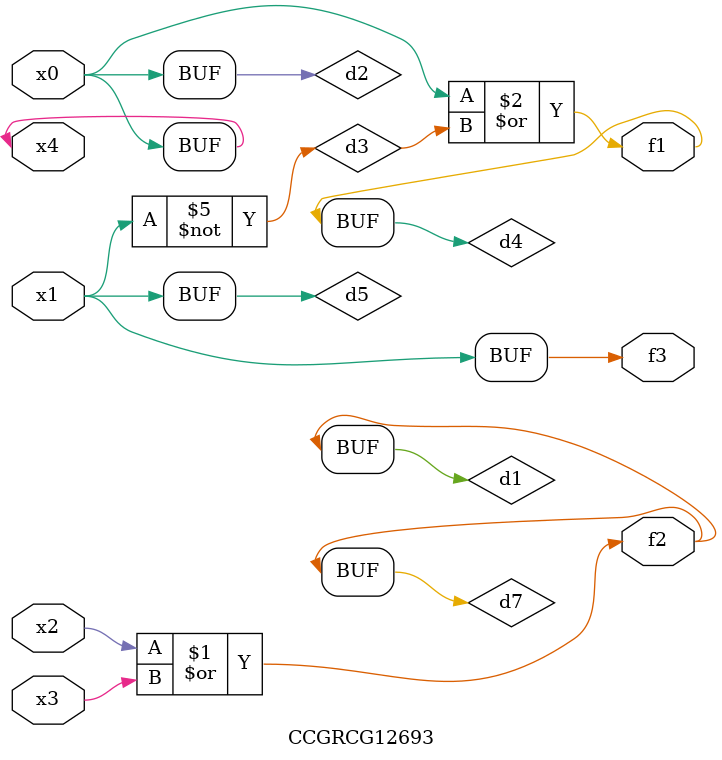
<source format=v>
module CCGRCG12693(
	input x0, x1, x2, x3, x4,
	output f1, f2, f3
);

	wire d1, d2, d3, d4, d5, d6, d7;

	or (d1, x2, x3);
	buf (d2, x0, x4);
	not (d3, x1);
	or (d4, d2, d3);
	not (d5, d3);
	nand (d6, d1, d3);
	or (d7, d1);
	assign f1 = d4;
	assign f2 = d7;
	assign f3 = d5;
endmodule

</source>
